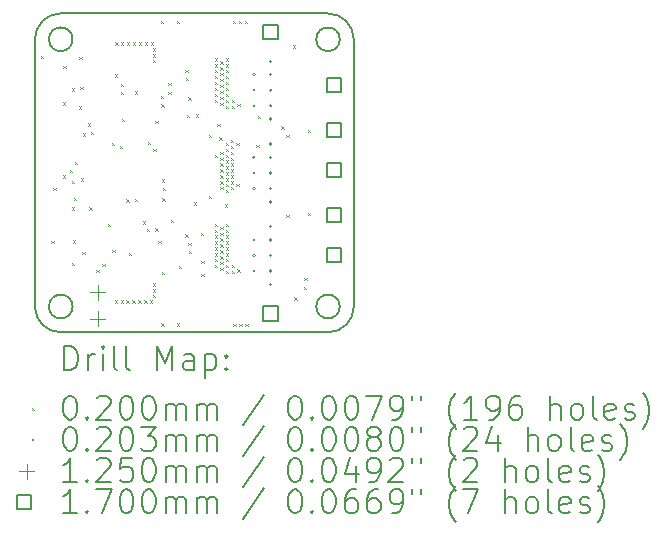
<source format=gbr>
%TF.GenerationSoftware,KiCad,Pcbnew,(6.0.7-1)-1*%
%TF.CreationDate,2023-01-06T02:08:11-05:00*%
%TF.ProjectId,O32controller,4f333263-6f6e-4747-926f-6c6c65722e6b,rev?*%
%TF.SameCoordinates,Original*%
%TF.FileFunction,Drillmap*%
%TF.FilePolarity,Positive*%
%FSLAX45Y45*%
G04 Gerber Fmt 4.5, Leading zero omitted, Abs format (unit mm)*
G04 Created by KiCad (PCBNEW (6.0.7-1)-1) date 2023-01-06 02:08:11*
%MOMM*%
%LPD*%
G01*
G04 APERTURE LIST*
%ADD10C,0.150000*%
%ADD11C,0.200000*%
%ADD12C,0.020000*%
%ADD13C,0.020320*%
%ADD14C,0.125000*%
%ADD15C,0.170000*%
G04 APERTURE END LIST*
D10*
X6231400Y-6131400D02*
G75*
G03*
X6231400Y-6131400I-100000J0D01*
G01*
X3868600Y-3650000D02*
X6131400Y-3650000D01*
X3650000Y-6131400D02*
G75*
G03*
X3868600Y-6350000I218600J0D01*
G01*
X3868600Y-3650000D02*
G75*
G03*
X3650000Y-3868600I0J-218600D01*
G01*
X3868600Y-6350000D02*
X6131400Y-6350000D01*
X6350000Y-3868600D02*
X6350000Y-6131400D01*
X6350000Y-3868600D02*
G75*
G03*
X6131400Y-3650000I-218600J0D01*
G01*
X3968600Y-6131400D02*
G75*
G03*
X3968600Y-6131400I-100000J0D01*
G01*
X3968600Y-3868600D02*
G75*
G03*
X3968600Y-3868600I-100000J0D01*
G01*
X6131400Y-6350000D02*
G75*
G03*
X6350000Y-6131400I0J218600D01*
G01*
X6231400Y-3868600D02*
G75*
G03*
X6231400Y-3868600I-100000J0D01*
G01*
X3650000Y-3868600D02*
X3650000Y-6131400D01*
D11*
D12*
X3700000Y-4010000D02*
X3720000Y-4030000D01*
X3720000Y-4010000D02*
X3700000Y-4030000D01*
X3790000Y-5575000D02*
X3810000Y-5595000D01*
X3810000Y-5575000D02*
X3790000Y-5595000D01*
X3805000Y-5125000D02*
X3825000Y-5145000D01*
X3825000Y-5125000D02*
X3805000Y-5145000D01*
X3884834Y-4402081D02*
X3904834Y-4422081D01*
X3904834Y-4402081D02*
X3884834Y-4422081D01*
X3885000Y-5020000D02*
X3905000Y-5040000D01*
X3905000Y-5020000D02*
X3885000Y-5040000D01*
X3890000Y-4095000D02*
X3910000Y-4115000D01*
X3910000Y-4095000D02*
X3890000Y-4115000D01*
X3945000Y-4975000D02*
X3965000Y-4995000D01*
X3965000Y-4975000D02*
X3945000Y-4995000D01*
X3960000Y-4285000D02*
X3980000Y-4305000D01*
X3980000Y-4285000D02*
X3960000Y-4305000D01*
X3960000Y-5065000D02*
X3980000Y-5085000D01*
X3980000Y-5065000D02*
X3960000Y-5085000D01*
X3965000Y-5290000D02*
X3985000Y-5310000D01*
X3985000Y-5290000D02*
X3965000Y-5310000D01*
X3965000Y-5760000D02*
X3985000Y-5780000D01*
X3985000Y-5760000D02*
X3965000Y-5780000D01*
X3970000Y-5570000D02*
X3990000Y-5590000D01*
X3990000Y-5570000D02*
X3970000Y-5590000D01*
X3980000Y-5210000D02*
X4000000Y-5230000D01*
X4000000Y-5210000D02*
X3980000Y-5230000D01*
X3990000Y-4905000D02*
X4010000Y-4925000D01*
X4010000Y-4905000D02*
X3990000Y-4925000D01*
X4020000Y-4435000D02*
X4040000Y-4455000D01*
X4040000Y-4435000D02*
X4020000Y-4455000D01*
X4025000Y-4015000D02*
X4045000Y-4035000D01*
X4045000Y-4015000D02*
X4025000Y-4035000D01*
X4035000Y-4270000D02*
X4055000Y-4290000D01*
X4055000Y-4270000D02*
X4035000Y-4290000D01*
X4040000Y-5045000D02*
X4060000Y-5065000D01*
X4060000Y-5045000D02*
X4040000Y-5065000D01*
X4050000Y-5670000D02*
X4070000Y-5690000D01*
X4070000Y-5670000D02*
X4050000Y-5690000D01*
X4055000Y-4665000D02*
X4075000Y-4685000D01*
X4075000Y-4665000D02*
X4055000Y-4685000D01*
X4100000Y-4580000D02*
X4120000Y-4600000D01*
X4120000Y-4580000D02*
X4100000Y-4600000D01*
X4110000Y-5290000D02*
X4130000Y-5310000D01*
X4130000Y-5290000D02*
X4110000Y-5310000D01*
X4125000Y-4650000D02*
X4145000Y-4670000D01*
X4145000Y-4650000D02*
X4125000Y-4670000D01*
X4170000Y-5820000D02*
X4190000Y-5840000D01*
X4190000Y-5820000D02*
X4170000Y-5840000D01*
X4220000Y-5770000D02*
X4240000Y-5790000D01*
X4240000Y-5770000D02*
X4220000Y-5790000D01*
X4265000Y-5430000D02*
X4285000Y-5450000D01*
X4285000Y-5430000D02*
X4265000Y-5450000D01*
X4300000Y-4745000D02*
X4320000Y-4765000D01*
X4320000Y-4745000D02*
X4300000Y-4765000D01*
X4305000Y-5650000D02*
X4325000Y-5670000D01*
X4325000Y-5650000D02*
X4305000Y-5670000D01*
X4325000Y-4165000D02*
X4345000Y-4185000D01*
X4345000Y-4165000D02*
X4325000Y-4185000D01*
X4325000Y-6080000D02*
X4345000Y-6100000D01*
X4345000Y-6080000D02*
X4325000Y-6100000D01*
X4330000Y-3895000D02*
X4350000Y-3915000D01*
X4350000Y-3895000D02*
X4330000Y-3915000D01*
X4370000Y-4770000D02*
X4390000Y-4790000D01*
X4390000Y-4770000D02*
X4370000Y-4790000D01*
X4375000Y-6080000D02*
X4395000Y-6100000D01*
X4395000Y-6080000D02*
X4375000Y-6100000D01*
X4380000Y-3895000D02*
X4400000Y-3915000D01*
X4400000Y-3895000D02*
X4380000Y-3915000D01*
X4380000Y-4245000D02*
X4400000Y-4265000D01*
X4400000Y-4245000D02*
X4380000Y-4265000D01*
X4380000Y-4315000D02*
X4400000Y-4335000D01*
X4400000Y-4315000D02*
X4380000Y-4335000D01*
X4385000Y-4540000D02*
X4405000Y-4560000D01*
X4405000Y-4540000D02*
X4385000Y-4560000D01*
X4425000Y-5225000D02*
X4445000Y-5245000D01*
X4445000Y-5225000D02*
X4425000Y-5245000D01*
X4425000Y-6080000D02*
X4445000Y-6100000D01*
X4445000Y-6080000D02*
X4425000Y-6100000D01*
X4430000Y-3895000D02*
X4450000Y-3915000D01*
X4450000Y-3895000D02*
X4430000Y-3915000D01*
X4445737Y-5679263D02*
X4465737Y-5699263D01*
X4465737Y-5679263D02*
X4445737Y-5699263D01*
X4475000Y-6080000D02*
X4495000Y-6100000D01*
X4495000Y-6080000D02*
X4475000Y-6100000D01*
X4480000Y-3895000D02*
X4500000Y-3915000D01*
X4500000Y-3895000D02*
X4480000Y-3915000D01*
X4495000Y-4310000D02*
X4515000Y-4330000D01*
X4515000Y-4310000D02*
X4495000Y-4330000D01*
X4495000Y-5220000D02*
X4515000Y-5240000D01*
X4515000Y-5220000D02*
X4495000Y-5240000D01*
X4525000Y-6080000D02*
X4545000Y-6100000D01*
X4545000Y-6080000D02*
X4525000Y-6100000D01*
X4530000Y-3895000D02*
X4550000Y-3915000D01*
X4550000Y-3895000D02*
X4530000Y-3915000D01*
X4565000Y-5410000D02*
X4585000Y-5430000D01*
X4585000Y-5410000D02*
X4565000Y-5430000D01*
X4575000Y-6080000D02*
X4595000Y-6100000D01*
X4595000Y-6080000D02*
X4575000Y-6100000D01*
X4580000Y-3895000D02*
X4600000Y-3915000D01*
X4600000Y-3895000D02*
X4580000Y-3915000D01*
X4600000Y-5475000D02*
X4620000Y-5495000D01*
X4620000Y-5475000D02*
X4600000Y-5495000D01*
X4605000Y-4735000D02*
X4625000Y-4755000D01*
X4625000Y-4735000D02*
X4605000Y-4755000D01*
X4625000Y-6080000D02*
X4645000Y-6100000D01*
X4645000Y-6080000D02*
X4625000Y-6100000D01*
X4630000Y-3895000D02*
X4650000Y-3915000D01*
X4650000Y-3895000D02*
X4630000Y-3915000D01*
X4650000Y-3945000D02*
X4670000Y-3965000D01*
X4670000Y-3945000D02*
X4650000Y-3965000D01*
X4650000Y-3995000D02*
X4670000Y-4015000D01*
X4670000Y-3995000D02*
X4650000Y-4015000D01*
X4650000Y-4045000D02*
X4670000Y-4065000D01*
X4670000Y-4045000D02*
X4650000Y-4065000D01*
X4650000Y-5935000D02*
X4670000Y-5955000D01*
X4670000Y-5935000D02*
X4650000Y-5955000D01*
X4650000Y-5985000D02*
X4670000Y-6005000D01*
X4670000Y-5985000D02*
X4650000Y-6005000D01*
X4650000Y-6035000D02*
X4670000Y-6055000D01*
X4670000Y-6035000D02*
X4650000Y-6055000D01*
X4652500Y-4795000D02*
X4672500Y-4815000D01*
X4672500Y-4795000D02*
X4652500Y-4815000D01*
X4670000Y-4557500D02*
X4690000Y-4577500D01*
X4690000Y-4557500D02*
X4670000Y-4577500D01*
X4670000Y-5470000D02*
X4690000Y-5490000D01*
X4690000Y-5470000D02*
X4670000Y-5490000D01*
X4695000Y-5575000D02*
X4715000Y-5595000D01*
X4715000Y-5575000D02*
X4695000Y-5595000D01*
X4715000Y-3715000D02*
X4735000Y-3735000D01*
X4735000Y-3715000D02*
X4715000Y-3735000D01*
X4715000Y-4350000D02*
X4735000Y-4370000D01*
X4735000Y-4350000D02*
X4715000Y-4370000D01*
X4720000Y-4420000D02*
X4740000Y-4440000D01*
X4740000Y-4420000D02*
X4720000Y-4440000D01*
X4720000Y-6275000D02*
X4740000Y-6295000D01*
X4740000Y-6275000D02*
X4720000Y-6295000D01*
X4725000Y-5055000D02*
X4745000Y-5075000D01*
X4745000Y-5055000D02*
X4725000Y-5075000D01*
X4725000Y-5840000D02*
X4745000Y-5860000D01*
X4745000Y-5840000D02*
X4725000Y-5860000D01*
X4730000Y-5215000D02*
X4750000Y-5235000D01*
X4750000Y-5215000D02*
X4730000Y-5235000D01*
X4735000Y-5125000D02*
X4755000Y-5145000D01*
X4755000Y-5125000D02*
X4735000Y-5145000D01*
X4780000Y-4235000D02*
X4800000Y-4255000D01*
X4800000Y-4235000D02*
X4780000Y-4255000D01*
X4780000Y-4315000D02*
X4800000Y-4335000D01*
X4800000Y-4315000D02*
X4780000Y-4335000D01*
X4800000Y-5395000D02*
X4820000Y-5415000D01*
X4820000Y-5395000D02*
X4800000Y-5415000D01*
X4850000Y-3715000D02*
X4870000Y-3735000D01*
X4870000Y-3715000D02*
X4850000Y-3735000D01*
X4850000Y-6275000D02*
X4870000Y-6295000D01*
X4870000Y-6275000D02*
X4850000Y-6295000D01*
X4870000Y-5785000D02*
X4890000Y-5805000D01*
X4890000Y-5785000D02*
X4870000Y-5805000D01*
X4925000Y-4125000D02*
X4945000Y-4145000D01*
X4945000Y-4125000D02*
X4925000Y-4145000D01*
X4925000Y-5520000D02*
X4945000Y-5540000D01*
X4945000Y-5520000D02*
X4925000Y-5540000D01*
X4930000Y-4195000D02*
X4950000Y-4215000D01*
X4950000Y-4195000D02*
X4930000Y-4215000D01*
X4935000Y-4510000D02*
X4955000Y-4530000D01*
X4955000Y-4510000D02*
X4935000Y-4530000D01*
X4950000Y-4360000D02*
X4970000Y-4380000D01*
X4970000Y-4360000D02*
X4950000Y-4380000D01*
X4950000Y-5590000D02*
X4970000Y-5610000D01*
X4970000Y-5590000D02*
X4950000Y-5610000D01*
X4955000Y-5660000D02*
X4975000Y-5680000D01*
X4975000Y-5660000D02*
X4955000Y-5680000D01*
X4995000Y-5250000D02*
X5015000Y-5270000D01*
X5015000Y-5250000D02*
X4995000Y-5270000D01*
X5010000Y-4505000D02*
X5030000Y-4525000D01*
X5030000Y-4505000D02*
X5010000Y-4525000D01*
X5055000Y-5505000D02*
X5075000Y-5525000D01*
X5075000Y-5505000D02*
X5055000Y-5525000D01*
X5060000Y-5745000D02*
X5080000Y-5765000D01*
X5080000Y-5745000D02*
X5060000Y-5765000D01*
X5060000Y-5855000D02*
X5080000Y-5875000D01*
X5080000Y-5855000D02*
X5060000Y-5875000D01*
X5125000Y-4675000D02*
X5145000Y-4695000D01*
X5145000Y-4675000D02*
X5125000Y-4695000D01*
X5125000Y-5195000D02*
X5145000Y-5215000D01*
X5145000Y-5195000D02*
X5125000Y-5215000D01*
X5175000Y-4030000D02*
X5195000Y-4050000D01*
X5195000Y-4030000D02*
X5175000Y-4050000D01*
X5175000Y-4080000D02*
X5195000Y-4100000D01*
X5195000Y-4080000D02*
X5175000Y-4100000D01*
X5175000Y-4130000D02*
X5195000Y-4150000D01*
X5195000Y-4130000D02*
X5175000Y-4150000D01*
X5175000Y-4180000D02*
X5195000Y-4200000D01*
X5195000Y-4180000D02*
X5175000Y-4200000D01*
X5175000Y-4230000D02*
X5195000Y-4250000D01*
X5195000Y-4230000D02*
X5175000Y-4250000D01*
X5175000Y-4280000D02*
X5195000Y-4300000D01*
X5195000Y-4280000D02*
X5175000Y-4300000D01*
X5175000Y-4330000D02*
X5195000Y-4350000D01*
X5195000Y-4330000D02*
X5175000Y-4350000D01*
X5175000Y-4380000D02*
X5195000Y-4400000D01*
X5195000Y-4380000D02*
X5175000Y-4400000D01*
X5175000Y-4845000D02*
X5195000Y-4865000D01*
X5195000Y-4845000D02*
X5175000Y-4865000D01*
X5175000Y-5430000D02*
X5195000Y-5450000D01*
X5195000Y-5430000D02*
X5175000Y-5450000D01*
X5175000Y-5480000D02*
X5195000Y-5500000D01*
X5195000Y-5480000D02*
X5175000Y-5500000D01*
X5175000Y-5530000D02*
X5195000Y-5550000D01*
X5195000Y-5530000D02*
X5175000Y-5550000D01*
X5175000Y-5580000D02*
X5195000Y-5600000D01*
X5195000Y-5580000D02*
X5175000Y-5600000D01*
X5175000Y-5630000D02*
X5195000Y-5650000D01*
X5195000Y-5630000D02*
X5175000Y-5650000D01*
X5175000Y-5680000D02*
X5195000Y-5700000D01*
X5195000Y-5680000D02*
X5175000Y-5700000D01*
X5175000Y-5730000D02*
X5195000Y-5750000D01*
X5195000Y-5730000D02*
X5175000Y-5750000D01*
X5175000Y-5780000D02*
X5195000Y-5800000D01*
X5195000Y-5780000D02*
X5175000Y-5800000D01*
X5195000Y-4585000D02*
X5215000Y-4605000D01*
X5215000Y-4585000D02*
X5195000Y-4605000D01*
X5210000Y-4700000D02*
X5230000Y-4720000D01*
X5230000Y-4700000D02*
X5210000Y-4720000D01*
X5220000Y-4055000D02*
X5240000Y-4075000D01*
X5240000Y-4055000D02*
X5220000Y-4075000D01*
X5220000Y-4105000D02*
X5240000Y-4125000D01*
X5240000Y-4105000D02*
X5220000Y-4125000D01*
X5220000Y-4155000D02*
X5240000Y-4175000D01*
X5240000Y-4155000D02*
X5220000Y-4175000D01*
X5220000Y-4205000D02*
X5240000Y-4225000D01*
X5240000Y-4205000D02*
X5220000Y-4225000D01*
X5220000Y-4255000D02*
X5240000Y-4275000D01*
X5240000Y-4255000D02*
X5220000Y-4275000D01*
X5220000Y-4305000D02*
X5240000Y-4325000D01*
X5240000Y-4305000D02*
X5220000Y-4325000D01*
X5220000Y-4355000D02*
X5240000Y-4375000D01*
X5240000Y-4355000D02*
X5220000Y-4375000D01*
X5220000Y-4405000D02*
X5240000Y-4425000D01*
X5240000Y-4405000D02*
X5220000Y-4425000D01*
X5220000Y-4820000D02*
X5240000Y-4840000D01*
X5240000Y-4820000D02*
X5220000Y-4840000D01*
X5220000Y-4870000D02*
X5240000Y-4890000D01*
X5240000Y-4870000D02*
X5220000Y-4890000D01*
X5220000Y-4920000D02*
X5240000Y-4940000D01*
X5240000Y-4920000D02*
X5220000Y-4940000D01*
X5220000Y-4970000D02*
X5240000Y-4990000D01*
X5240000Y-4970000D02*
X5220000Y-4990000D01*
X5220000Y-5020000D02*
X5240000Y-5040000D01*
X5240000Y-5020000D02*
X5220000Y-5040000D01*
X5220000Y-5070000D02*
X5240000Y-5090000D01*
X5240000Y-5070000D02*
X5220000Y-5090000D01*
X5220000Y-5120000D02*
X5240000Y-5140000D01*
X5240000Y-5120000D02*
X5220000Y-5140000D01*
X5220000Y-5455000D02*
X5240000Y-5475000D01*
X5240000Y-5455000D02*
X5220000Y-5475000D01*
X5220000Y-5505000D02*
X5240000Y-5525000D01*
X5240000Y-5505000D02*
X5220000Y-5525000D01*
X5220000Y-5555000D02*
X5240000Y-5575000D01*
X5240000Y-5555000D02*
X5220000Y-5575000D01*
X5220000Y-5605000D02*
X5240000Y-5625000D01*
X5240000Y-5605000D02*
X5220000Y-5625000D01*
X5220000Y-5655000D02*
X5240000Y-5675000D01*
X5240000Y-5655000D02*
X5220000Y-5675000D01*
X5220000Y-5705000D02*
X5240000Y-5725000D01*
X5240000Y-5705000D02*
X5220000Y-5725000D01*
X5220000Y-5755000D02*
X5240000Y-5775000D01*
X5240000Y-5755000D02*
X5220000Y-5775000D01*
X5220000Y-5805000D02*
X5240000Y-5825000D01*
X5240000Y-5805000D02*
X5220000Y-5825000D01*
X5260000Y-5265000D02*
X5280000Y-5285000D01*
X5280000Y-5265000D02*
X5260000Y-5285000D01*
X5265000Y-4030000D02*
X5285000Y-4050000D01*
X5285000Y-4030000D02*
X5265000Y-4050000D01*
X5265000Y-4080000D02*
X5285000Y-4100000D01*
X5285000Y-4080000D02*
X5265000Y-4100000D01*
X5265000Y-4130000D02*
X5285000Y-4150000D01*
X5285000Y-4130000D02*
X5265000Y-4150000D01*
X5265000Y-4180000D02*
X5285000Y-4200000D01*
X5285000Y-4180000D02*
X5265000Y-4200000D01*
X5265000Y-4230000D02*
X5285000Y-4250000D01*
X5285000Y-4230000D02*
X5265000Y-4250000D01*
X5265000Y-4280000D02*
X5285000Y-4300000D01*
X5285000Y-4280000D02*
X5265000Y-4300000D01*
X5265000Y-4330000D02*
X5285000Y-4350000D01*
X5285000Y-4330000D02*
X5265000Y-4350000D01*
X5265000Y-4380000D02*
X5285000Y-4400000D01*
X5285000Y-4380000D02*
X5265000Y-4400000D01*
X5265000Y-4430000D02*
X5285000Y-4450000D01*
X5285000Y-4430000D02*
X5265000Y-4450000D01*
X5265000Y-4745000D02*
X5285000Y-4765000D01*
X5285000Y-4745000D02*
X5265000Y-4765000D01*
X5265000Y-4795000D02*
X5285000Y-4815000D01*
X5285000Y-4795000D02*
X5265000Y-4815000D01*
X5265000Y-4845000D02*
X5285000Y-4865000D01*
X5285000Y-4845000D02*
X5265000Y-4865000D01*
X5265000Y-4895000D02*
X5285000Y-4915000D01*
X5285000Y-4895000D02*
X5265000Y-4915000D01*
X5265000Y-4945000D02*
X5285000Y-4965000D01*
X5285000Y-4945000D02*
X5265000Y-4965000D01*
X5265000Y-4995000D02*
X5285000Y-5015000D01*
X5285000Y-4995000D02*
X5265000Y-5015000D01*
X5265000Y-5045000D02*
X5285000Y-5065000D01*
X5285000Y-5045000D02*
X5265000Y-5065000D01*
X5265000Y-5095000D02*
X5285000Y-5115000D01*
X5285000Y-5095000D02*
X5265000Y-5115000D01*
X5265000Y-5145000D02*
X5285000Y-5165000D01*
X5285000Y-5145000D02*
X5265000Y-5165000D01*
X5265000Y-5430000D02*
X5285000Y-5450000D01*
X5285000Y-5430000D02*
X5265000Y-5450000D01*
X5265000Y-5480000D02*
X5285000Y-5500000D01*
X5285000Y-5480000D02*
X5265000Y-5500000D01*
X5265000Y-5530000D02*
X5285000Y-5550000D01*
X5285000Y-5530000D02*
X5265000Y-5550000D01*
X5265000Y-5580000D02*
X5285000Y-5600000D01*
X5285000Y-5580000D02*
X5265000Y-5600000D01*
X5265000Y-5630000D02*
X5285000Y-5650000D01*
X5285000Y-5630000D02*
X5265000Y-5650000D01*
X5265000Y-5680000D02*
X5285000Y-5700000D01*
X5285000Y-5680000D02*
X5265000Y-5700000D01*
X5265000Y-5730000D02*
X5285000Y-5750000D01*
X5285000Y-5730000D02*
X5265000Y-5750000D01*
X5265000Y-5780000D02*
X5285000Y-5800000D01*
X5285000Y-5780000D02*
X5265000Y-5800000D01*
X5265000Y-5830000D02*
X5285000Y-5850000D01*
X5285000Y-5830000D02*
X5265000Y-5850000D01*
X5310000Y-4720000D02*
X5330000Y-4740000D01*
X5330000Y-4720000D02*
X5310000Y-4740000D01*
X5310000Y-4770000D02*
X5330000Y-4790000D01*
X5330000Y-4770000D02*
X5310000Y-4790000D01*
X5310000Y-4820000D02*
X5330000Y-4840000D01*
X5330000Y-4820000D02*
X5310000Y-4840000D01*
X5310000Y-4870000D02*
X5330000Y-4890000D01*
X5330000Y-4870000D02*
X5310000Y-4890000D01*
X5310000Y-4920000D02*
X5330000Y-4940000D01*
X5330000Y-4920000D02*
X5310000Y-4940000D01*
X5310000Y-4970000D02*
X5330000Y-4990000D01*
X5330000Y-4970000D02*
X5310000Y-4990000D01*
X5310000Y-5020000D02*
X5330000Y-5040000D01*
X5330000Y-5020000D02*
X5310000Y-5040000D01*
X5310000Y-5070000D02*
X5330000Y-5090000D01*
X5330000Y-5070000D02*
X5310000Y-5090000D01*
X5310000Y-5120000D02*
X5330000Y-5140000D01*
X5330000Y-5120000D02*
X5310000Y-5140000D01*
X5315000Y-4380000D02*
X5335000Y-4400000D01*
X5335000Y-4380000D02*
X5315000Y-4400000D01*
X5315000Y-4430000D02*
X5335000Y-4450000D01*
X5335000Y-4430000D02*
X5315000Y-4450000D01*
X5315000Y-5780000D02*
X5335000Y-5800000D01*
X5335000Y-5780000D02*
X5315000Y-5800000D01*
X5315000Y-5830000D02*
X5335000Y-5850000D01*
X5335000Y-5830000D02*
X5315000Y-5850000D01*
X5325000Y-3710000D02*
X5345000Y-3730000D01*
X5345000Y-3710000D02*
X5325000Y-3730000D01*
X5330000Y-6280000D02*
X5350000Y-6300000D01*
X5350000Y-6280000D02*
X5330000Y-6300000D01*
X5355000Y-4745000D02*
X5375000Y-4765000D01*
X5375000Y-4745000D02*
X5355000Y-4765000D01*
X5355000Y-5095000D02*
X5375000Y-5115000D01*
X5375000Y-5095000D02*
X5355000Y-5115000D01*
X5365000Y-4415000D02*
X5385000Y-4435000D01*
X5385000Y-4415000D02*
X5365000Y-4435000D01*
X5365000Y-5815000D02*
X5385000Y-5835000D01*
X5385000Y-5815000D02*
X5365000Y-5835000D01*
X5375000Y-3710000D02*
X5395000Y-3730000D01*
X5395000Y-3710000D02*
X5375000Y-3730000D01*
X5380000Y-6280000D02*
X5400000Y-6300000D01*
X5400000Y-6280000D02*
X5380000Y-6300000D01*
X5425000Y-3710000D02*
X5445000Y-3730000D01*
X5445000Y-3710000D02*
X5425000Y-3730000D01*
X5430000Y-6280000D02*
X5450000Y-6300000D01*
X5450000Y-6280000D02*
X5430000Y-6300000D01*
X5525000Y-4765000D02*
X5545000Y-4785000D01*
X5545000Y-4765000D02*
X5525000Y-4785000D01*
X5535000Y-4515000D02*
X5555000Y-4535000D01*
X5555000Y-4515000D02*
X5535000Y-4535000D01*
X5735000Y-4605000D02*
X5755000Y-4625000D01*
X5755000Y-4605000D02*
X5735000Y-4625000D01*
X5780000Y-4675000D02*
X5800000Y-4695000D01*
X5800000Y-4675000D02*
X5780000Y-4695000D01*
X5780000Y-5355000D02*
X5800000Y-5375000D01*
X5800000Y-5355000D02*
X5780000Y-5375000D01*
X5835000Y-3920000D02*
X5855000Y-3940000D01*
X5855000Y-3920000D02*
X5835000Y-3940000D01*
X5845000Y-6055000D02*
X5865000Y-6075000D01*
X5865000Y-6055000D02*
X5845000Y-6075000D01*
X5925000Y-5965000D02*
X5945000Y-5985000D01*
X5945000Y-5965000D02*
X5925000Y-5985000D01*
X5930000Y-5890000D02*
X5950000Y-5910000D01*
X5950000Y-5890000D02*
X5930000Y-5910000D01*
X5960000Y-4635000D02*
X5980000Y-4655000D01*
X5980000Y-4635000D02*
X5960000Y-4655000D01*
X5960000Y-5340000D02*
X5980000Y-5360000D01*
X5980000Y-5340000D02*
X5960000Y-5360000D01*
D13*
X5515160Y-4168000D02*
G75*
G03*
X5515160Y-4168000I-10160J0D01*
G01*
X5515160Y-4300000D02*
G75*
G03*
X5515160Y-4300000I-10160J0D01*
G01*
X5515160Y-4432000D02*
G75*
G03*
X5515160Y-4432000I-10160J0D01*
G01*
X5515160Y-4868000D02*
G75*
G03*
X5515160Y-4868000I-10160J0D01*
G01*
X5515160Y-5000000D02*
G75*
G03*
X5515160Y-5000000I-10160J0D01*
G01*
X5515160Y-5132000D02*
G75*
G03*
X5515160Y-5132000I-10160J0D01*
G01*
X5515160Y-5568000D02*
G75*
G03*
X5515160Y-5568000I-10160J0D01*
G01*
X5515160Y-5700000D02*
G75*
G03*
X5515160Y-5700000I-10160J0D01*
G01*
X5515160Y-5832000D02*
G75*
G03*
X5515160Y-5832000I-10160J0D01*
G01*
X5655160Y-4055000D02*
G75*
G03*
X5655160Y-4055000I-10160J0D01*
G01*
X5655160Y-4168000D02*
G75*
G03*
X5655160Y-4168000I-10160J0D01*
G01*
X5655160Y-4300000D02*
G75*
G03*
X5655160Y-4300000I-10160J0D01*
G01*
X5655160Y-4432000D02*
G75*
G03*
X5655160Y-4432000I-10160J0D01*
G01*
X5655160Y-4545000D02*
G75*
G03*
X5655160Y-4545000I-10160J0D01*
G01*
X5655160Y-4755000D02*
G75*
G03*
X5655160Y-4755000I-10160J0D01*
G01*
X5655160Y-4868000D02*
G75*
G03*
X5655160Y-4868000I-10160J0D01*
G01*
X5655160Y-5000000D02*
G75*
G03*
X5655160Y-5000000I-10160J0D01*
G01*
X5655160Y-5132000D02*
G75*
G03*
X5655160Y-5132000I-10160J0D01*
G01*
X5655160Y-5245000D02*
G75*
G03*
X5655160Y-5245000I-10160J0D01*
G01*
X5655160Y-5455000D02*
G75*
G03*
X5655160Y-5455000I-10160J0D01*
G01*
X5655160Y-5568000D02*
G75*
G03*
X5655160Y-5568000I-10160J0D01*
G01*
X5655160Y-5700000D02*
G75*
G03*
X5655160Y-5700000I-10160J0D01*
G01*
X5655160Y-5832000D02*
G75*
G03*
X5655160Y-5832000I-10160J0D01*
G01*
X5655160Y-5945000D02*
G75*
G03*
X5655160Y-5945000I-10160J0D01*
G01*
D14*
X4180000Y-5947500D02*
X4180000Y-6072500D01*
X4117500Y-6010000D02*
X4242500Y-6010000D01*
X4180000Y-6172500D02*
X4180000Y-6297500D01*
X4117500Y-6235000D02*
X4242500Y-6235000D01*
D15*
X5705105Y-3870105D02*
X5705105Y-3749895D01*
X5584895Y-3749895D01*
X5584895Y-3870105D01*
X5705105Y-3870105D01*
X5705105Y-6250105D02*
X5705105Y-6129895D01*
X5584895Y-6129895D01*
X5584895Y-6250105D01*
X5705105Y-6250105D01*
X6245105Y-4315105D02*
X6245105Y-4194895D01*
X6124895Y-4194895D01*
X6124895Y-4315105D01*
X6245105Y-4315105D01*
X6245105Y-4695105D02*
X6245105Y-4574895D01*
X6124895Y-4574895D01*
X6124895Y-4695105D01*
X6245105Y-4695105D01*
X6245105Y-5035105D02*
X6245105Y-4914895D01*
X6124895Y-4914895D01*
X6124895Y-5035105D01*
X6245105Y-5035105D01*
X6245105Y-5415105D02*
X6245105Y-5294895D01*
X6124895Y-5294895D01*
X6124895Y-5415105D01*
X6245105Y-5415105D01*
X6245105Y-5755105D02*
X6245105Y-5634895D01*
X6124895Y-5634895D01*
X6124895Y-5755105D01*
X6245105Y-5755105D01*
D11*
X3900119Y-6667976D02*
X3900119Y-6467976D01*
X3947738Y-6467976D01*
X3976309Y-6477500D01*
X3995357Y-6496548D01*
X4004881Y-6515595D01*
X4014405Y-6553690D01*
X4014405Y-6582262D01*
X4004881Y-6620357D01*
X3995357Y-6639405D01*
X3976309Y-6658452D01*
X3947738Y-6667976D01*
X3900119Y-6667976D01*
X4100119Y-6667976D02*
X4100119Y-6534643D01*
X4100119Y-6572738D02*
X4109643Y-6553690D01*
X4119167Y-6544167D01*
X4138214Y-6534643D01*
X4157262Y-6534643D01*
X4223929Y-6667976D02*
X4223929Y-6534643D01*
X4223929Y-6467976D02*
X4214405Y-6477500D01*
X4223929Y-6487024D01*
X4233452Y-6477500D01*
X4223929Y-6467976D01*
X4223929Y-6487024D01*
X4347738Y-6667976D02*
X4328690Y-6658452D01*
X4319167Y-6639405D01*
X4319167Y-6467976D01*
X4452500Y-6667976D02*
X4433452Y-6658452D01*
X4423929Y-6639405D01*
X4423929Y-6467976D01*
X4681071Y-6667976D02*
X4681071Y-6467976D01*
X4747738Y-6610833D01*
X4814405Y-6467976D01*
X4814405Y-6667976D01*
X4995357Y-6667976D02*
X4995357Y-6563214D01*
X4985833Y-6544167D01*
X4966786Y-6534643D01*
X4928690Y-6534643D01*
X4909643Y-6544167D01*
X4995357Y-6658452D02*
X4976310Y-6667976D01*
X4928690Y-6667976D01*
X4909643Y-6658452D01*
X4900119Y-6639405D01*
X4900119Y-6620357D01*
X4909643Y-6601309D01*
X4928690Y-6591786D01*
X4976310Y-6591786D01*
X4995357Y-6582262D01*
X5090595Y-6534643D02*
X5090595Y-6734643D01*
X5090595Y-6544167D02*
X5109643Y-6534643D01*
X5147738Y-6534643D01*
X5166786Y-6544167D01*
X5176310Y-6553690D01*
X5185833Y-6572738D01*
X5185833Y-6629881D01*
X5176310Y-6648928D01*
X5166786Y-6658452D01*
X5147738Y-6667976D01*
X5109643Y-6667976D01*
X5090595Y-6658452D01*
X5271548Y-6648928D02*
X5281071Y-6658452D01*
X5271548Y-6667976D01*
X5262024Y-6658452D01*
X5271548Y-6648928D01*
X5271548Y-6667976D01*
X5271548Y-6544167D02*
X5281071Y-6553690D01*
X5271548Y-6563214D01*
X5262024Y-6553690D01*
X5271548Y-6544167D01*
X5271548Y-6563214D01*
D12*
X3622500Y-6987500D02*
X3642500Y-7007500D01*
X3642500Y-6987500D02*
X3622500Y-7007500D01*
D11*
X3938214Y-6887976D02*
X3957262Y-6887976D01*
X3976309Y-6897500D01*
X3985833Y-6907024D01*
X3995357Y-6926071D01*
X4004881Y-6964167D01*
X4004881Y-7011786D01*
X3995357Y-7049881D01*
X3985833Y-7068928D01*
X3976309Y-7078452D01*
X3957262Y-7087976D01*
X3938214Y-7087976D01*
X3919167Y-7078452D01*
X3909643Y-7068928D01*
X3900119Y-7049881D01*
X3890595Y-7011786D01*
X3890595Y-6964167D01*
X3900119Y-6926071D01*
X3909643Y-6907024D01*
X3919167Y-6897500D01*
X3938214Y-6887976D01*
X4090595Y-7068928D02*
X4100119Y-7078452D01*
X4090595Y-7087976D01*
X4081071Y-7078452D01*
X4090595Y-7068928D01*
X4090595Y-7087976D01*
X4176309Y-6907024D02*
X4185833Y-6897500D01*
X4204881Y-6887976D01*
X4252500Y-6887976D01*
X4271548Y-6897500D01*
X4281071Y-6907024D01*
X4290595Y-6926071D01*
X4290595Y-6945119D01*
X4281071Y-6973690D01*
X4166786Y-7087976D01*
X4290595Y-7087976D01*
X4414405Y-6887976D02*
X4433452Y-6887976D01*
X4452500Y-6897500D01*
X4462024Y-6907024D01*
X4471548Y-6926071D01*
X4481071Y-6964167D01*
X4481071Y-7011786D01*
X4471548Y-7049881D01*
X4462024Y-7068928D01*
X4452500Y-7078452D01*
X4433452Y-7087976D01*
X4414405Y-7087976D01*
X4395357Y-7078452D01*
X4385833Y-7068928D01*
X4376310Y-7049881D01*
X4366786Y-7011786D01*
X4366786Y-6964167D01*
X4376310Y-6926071D01*
X4385833Y-6907024D01*
X4395357Y-6897500D01*
X4414405Y-6887976D01*
X4604881Y-6887976D02*
X4623929Y-6887976D01*
X4642976Y-6897500D01*
X4652500Y-6907024D01*
X4662024Y-6926071D01*
X4671548Y-6964167D01*
X4671548Y-7011786D01*
X4662024Y-7049881D01*
X4652500Y-7068928D01*
X4642976Y-7078452D01*
X4623929Y-7087976D01*
X4604881Y-7087976D01*
X4585833Y-7078452D01*
X4576310Y-7068928D01*
X4566786Y-7049881D01*
X4557262Y-7011786D01*
X4557262Y-6964167D01*
X4566786Y-6926071D01*
X4576310Y-6907024D01*
X4585833Y-6897500D01*
X4604881Y-6887976D01*
X4757262Y-7087976D02*
X4757262Y-6954643D01*
X4757262Y-6973690D02*
X4766786Y-6964167D01*
X4785833Y-6954643D01*
X4814405Y-6954643D01*
X4833452Y-6964167D01*
X4842976Y-6983214D01*
X4842976Y-7087976D01*
X4842976Y-6983214D02*
X4852500Y-6964167D01*
X4871548Y-6954643D01*
X4900119Y-6954643D01*
X4919167Y-6964167D01*
X4928690Y-6983214D01*
X4928690Y-7087976D01*
X5023929Y-7087976D02*
X5023929Y-6954643D01*
X5023929Y-6973690D02*
X5033452Y-6964167D01*
X5052500Y-6954643D01*
X5081071Y-6954643D01*
X5100119Y-6964167D01*
X5109643Y-6983214D01*
X5109643Y-7087976D01*
X5109643Y-6983214D02*
X5119167Y-6964167D01*
X5138214Y-6954643D01*
X5166786Y-6954643D01*
X5185833Y-6964167D01*
X5195357Y-6983214D01*
X5195357Y-7087976D01*
X5585833Y-6878452D02*
X5414405Y-7135595D01*
X5842976Y-6887976D02*
X5862024Y-6887976D01*
X5881071Y-6897500D01*
X5890595Y-6907024D01*
X5900119Y-6926071D01*
X5909643Y-6964167D01*
X5909643Y-7011786D01*
X5900119Y-7049881D01*
X5890595Y-7068928D01*
X5881071Y-7078452D01*
X5862024Y-7087976D01*
X5842976Y-7087976D01*
X5823928Y-7078452D01*
X5814405Y-7068928D01*
X5804881Y-7049881D01*
X5795357Y-7011786D01*
X5795357Y-6964167D01*
X5804881Y-6926071D01*
X5814405Y-6907024D01*
X5823928Y-6897500D01*
X5842976Y-6887976D01*
X5995357Y-7068928D02*
X6004881Y-7078452D01*
X5995357Y-7087976D01*
X5985833Y-7078452D01*
X5995357Y-7068928D01*
X5995357Y-7087976D01*
X6128690Y-6887976D02*
X6147738Y-6887976D01*
X6166786Y-6897500D01*
X6176309Y-6907024D01*
X6185833Y-6926071D01*
X6195357Y-6964167D01*
X6195357Y-7011786D01*
X6185833Y-7049881D01*
X6176309Y-7068928D01*
X6166786Y-7078452D01*
X6147738Y-7087976D01*
X6128690Y-7087976D01*
X6109643Y-7078452D01*
X6100119Y-7068928D01*
X6090595Y-7049881D01*
X6081071Y-7011786D01*
X6081071Y-6964167D01*
X6090595Y-6926071D01*
X6100119Y-6907024D01*
X6109643Y-6897500D01*
X6128690Y-6887976D01*
X6319167Y-6887976D02*
X6338214Y-6887976D01*
X6357262Y-6897500D01*
X6366786Y-6907024D01*
X6376309Y-6926071D01*
X6385833Y-6964167D01*
X6385833Y-7011786D01*
X6376309Y-7049881D01*
X6366786Y-7068928D01*
X6357262Y-7078452D01*
X6338214Y-7087976D01*
X6319167Y-7087976D01*
X6300119Y-7078452D01*
X6290595Y-7068928D01*
X6281071Y-7049881D01*
X6271548Y-7011786D01*
X6271548Y-6964167D01*
X6281071Y-6926071D01*
X6290595Y-6907024D01*
X6300119Y-6897500D01*
X6319167Y-6887976D01*
X6452500Y-6887976D02*
X6585833Y-6887976D01*
X6500119Y-7087976D01*
X6671548Y-7087976D02*
X6709643Y-7087976D01*
X6728690Y-7078452D01*
X6738214Y-7068928D01*
X6757262Y-7040357D01*
X6766786Y-7002262D01*
X6766786Y-6926071D01*
X6757262Y-6907024D01*
X6747738Y-6897500D01*
X6728690Y-6887976D01*
X6690595Y-6887976D01*
X6671548Y-6897500D01*
X6662024Y-6907024D01*
X6652500Y-6926071D01*
X6652500Y-6973690D01*
X6662024Y-6992738D01*
X6671548Y-7002262D01*
X6690595Y-7011786D01*
X6728690Y-7011786D01*
X6747738Y-7002262D01*
X6757262Y-6992738D01*
X6766786Y-6973690D01*
X6842976Y-6887976D02*
X6842976Y-6926071D01*
X6919167Y-6887976D02*
X6919167Y-6926071D01*
X7214405Y-7164167D02*
X7204881Y-7154643D01*
X7185833Y-7126071D01*
X7176309Y-7107024D01*
X7166786Y-7078452D01*
X7157262Y-7030833D01*
X7157262Y-6992738D01*
X7166786Y-6945119D01*
X7176309Y-6916548D01*
X7185833Y-6897500D01*
X7204881Y-6868928D01*
X7214405Y-6859405D01*
X7395357Y-7087976D02*
X7281071Y-7087976D01*
X7338214Y-7087976D02*
X7338214Y-6887976D01*
X7319167Y-6916548D01*
X7300119Y-6935595D01*
X7281071Y-6945119D01*
X7490595Y-7087976D02*
X7528690Y-7087976D01*
X7547738Y-7078452D01*
X7557262Y-7068928D01*
X7576309Y-7040357D01*
X7585833Y-7002262D01*
X7585833Y-6926071D01*
X7576309Y-6907024D01*
X7566786Y-6897500D01*
X7547738Y-6887976D01*
X7509643Y-6887976D01*
X7490595Y-6897500D01*
X7481071Y-6907024D01*
X7471548Y-6926071D01*
X7471548Y-6973690D01*
X7481071Y-6992738D01*
X7490595Y-7002262D01*
X7509643Y-7011786D01*
X7547738Y-7011786D01*
X7566786Y-7002262D01*
X7576309Y-6992738D01*
X7585833Y-6973690D01*
X7757262Y-6887976D02*
X7719167Y-6887976D01*
X7700119Y-6897500D01*
X7690595Y-6907024D01*
X7671548Y-6935595D01*
X7662024Y-6973690D01*
X7662024Y-7049881D01*
X7671548Y-7068928D01*
X7681071Y-7078452D01*
X7700119Y-7087976D01*
X7738214Y-7087976D01*
X7757262Y-7078452D01*
X7766786Y-7068928D01*
X7776309Y-7049881D01*
X7776309Y-7002262D01*
X7766786Y-6983214D01*
X7757262Y-6973690D01*
X7738214Y-6964167D01*
X7700119Y-6964167D01*
X7681071Y-6973690D01*
X7671548Y-6983214D01*
X7662024Y-7002262D01*
X8014405Y-7087976D02*
X8014405Y-6887976D01*
X8100119Y-7087976D02*
X8100119Y-6983214D01*
X8090595Y-6964167D01*
X8071548Y-6954643D01*
X8042976Y-6954643D01*
X8023928Y-6964167D01*
X8014405Y-6973690D01*
X8223928Y-7087976D02*
X8204881Y-7078452D01*
X8195357Y-7068928D01*
X8185833Y-7049881D01*
X8185833Y-6992738D01*
X8195357Y-6973690D01*
X8204881Y-6964167D01*
X8223928Y-6954643D01*
X8252500Y-6954643D01*
X8271548Y-6964167D01*
X8281071Y-6973690D01*
X8290595Y-6992738D01*
X8290595Y-7049881D01*
X8281071Y-7068928D01*
X8271548Y-7078452D01*
X8252500Y-7087976D01*
X8223928Y-7087976D01*
X8404881Y-7087976D02*
X8385833Y-7078452D01*
X8376309Y-7059405D01*
X8376309Y-6887976D01*
X8557262Y-7078452D02*
X8538214Y-7087976D01*
X8500119Y-7087976D01*
X8481071Y-7078452D01*
X8471548Y-7059405D01*
X8471548Y-6983214D01*
X8481071Y-6964167D01*
X8500119Y-6954643D01*
X8538214Y-6954643D01*
X8557262Y-6964167D01*
X8566786Y-6983214D01*
X8566786Y-7002262D01*
X8471548Y-7021309D01*
X8642976Y-7078452D02*
X8662024Y-7087976D01*
X8700119Y-7087976D01*
X8719167Y-7078452D01*
X8728690Y-7059405D01*
X8728690Y-7049881D01*
X8719167Y-7030833D01*
X8700119Y-7021309D01*
X8671548Y-7021309D01*
X8652500Y-7011786D01*
X8642976Y-6992738D01*
X8642976Y-6983214D01*
X8652500Y-6964167D01*
X8671548Y-6954643D01*
X8700119Y-6954643D01*
X8719167Y-6964167D01*
X8795357Y-7164167D02*
X8804881Y-7154643D01*
X8823929Y-7126071D01*
X8833452Y-7107024D01*
X8842976Y-7078452D01*
X8852500Y-7030833D01*
X8852500Y-6992738D01*
X8842976Y-6945119D01*
X8833452Y-6916548D01*
X8823929Y-6897500D01*
X8804881Y-6868928D01*
X8795357Y-6859405D01*
D13*
X3642500Y-7261500D02*
G75*
G03*
X3642500Y-7261500I-10160J0D01*
G01*
D11*
X3938214Y-7151976D02*
X3957262Y-7151976D01*
X3976309Y-7161500D01*
X3985833Y-7171024D01*
X3995357Y-7190071D01*
X4004881Y-7228167D01*
X4004881Y-7275786D01*
X3995357Y-7313881D01*
X3985833Y-7332928D01*
X3976309Y-7342452D01*
X3957262Y-7351976D01*
X3938214Y-7351976D01*
X3919167Y-7342452D01*
X3909643Y-7332928D01*
X3900119Y-7313881D01*
X3890595Y-7275786D01*
X3890595Y-7228167D01*
X3900119Y-7190071D01*
X3909643Y-7171024D01*
X3919167Y-7161500D01*
X3938214Y-7151976D01*
X4090595Y-7332928D02*
X4100119Y-7342452D01*
X4090595Y-7351976D01*
X4081071Y-7342452D01*
X4090595Y-7332928D01*
X4090595Y-7351976D01*
X4176309Y-7171024D02*
X4185833Y-7161500D01*
X4204881Y-7151976D01*
X4252500Y-7151976D01*
X4271548Y-7161500D01*
X4281071Y-7171024D01*
X4290595Y-7190071D01*
X4290595Y-7209119D01*
X4281071Y-7237690D01*
X4166786Y-7351976D01*
X4290595Y-7351976D01*
X4414405Y-7151976D02*
X4433452Y-7151976D01*
X4452500Y-7161500D01*
X4462024Y-7171024D01*
X4471548Y-7190071D01*
X4481071Y-7228167D01*
X4481071Y-7275786D01*
X4471548Y-7313881D01*
X4462024Y-7332928D01*
X4452500Y-7342452D01*
X4433452Y-7351976D01*
X4414405Y-7351976D01*
X4395357Y-7342452D01*
X4385833Y-7332928D01*
X4376310Y-7313881D01*
X4366786Y-7275786D01*
X4366786Y-7228167D01*
X4376310Y-7190071D01*
X4385833Y-7171024D01*
X4395357Y-7161500D01*
X4414405Y-7151976D01*
X4547738Y-7151976D02*
X4671548Y-7151976D01*
X4604881Y-7228167D01*
X4633452Y-7228167D01*
X4652500Y-7237690D01*
X4662024Y-7247214D01*
X4671548Y-7266262D01*
X4671548Y-7313881D01*
X4662024Y-7332928D01*
X4652500Y-7342452D01*
X4633452Y-7351976D01*
X4576310Y-7351976D01*
X4557262Y-7342452D01*
X4547738Y-7332928D01*
X4757262Y-7351976D02*
X4757262Y-7218643D01*
X4757262Y-7237690D02*
X4766786Y-7228167D01*
X4785833Y-7218643D01*
X4814405Y-7218643D01*
X4833452Y-7228167D01*
X4842976Y-7247214D01*
X4842976Y-7351976D01*
X4842976Y-7247214D02*
X4852500Y-7228167D01*
X4871548Y-7218643D01*
X4900119Y-7218643D01*
X4919167Y-7228167D01*
X4928690Y-7247214D01*
X4928690Y-7351976D01*
X5023929Y-7351976D02*
X5023929Y-7218643D01*
X5023929Y-7237690D02*
X5033452Y-7228167D01*
X5052500Y-7218643D01*
X5081071Y-7218643D01*
X5100119Y-7228167D01*
X5109643Y-7247214D01*
X5109643Y-7351976D01*
X5109643Y-7247214D02*
X5119167Y-7228167D01*
X5138214Y-7218643D01*
X5166786Y-7218643D01*
X5185833Y-7228167D01*
X5195357Y-7247214D01*
X5195357Y-7351976D01*
X5585833Y-7142452D02*
X5414405Y-7399595D01*
X5842976Y-7151976D02*
X5862024Y-7151976D01*
X5881071Y-7161500D01*
X5890595Y-7171024D01*
X5900119Y-7190071D01*
X5909643Y-7228167D01*
X5909643Y-7275786D01*
X5900119Y-7313881D01*
X5890595Y-7332928D01*
X5881071Y-7342452D01*
X5862024Y-7351976D01*
X5842976Y-7351976D01*
X5823928Y-7342452D01*
X5814405Y-7332928D01*
X5804881Y-7313881D01*
X5795357Y-7275786D01*
X5795357Y-7228167D01*
X5804881Y-7190071D01*
X5814405Y-7171024D01*
X5823928Y-7161500D01*
X5842976Y-7151976D01*
X5995357Y-7332928D02*
X6004881Y-7342452D01*
X5995357Y-7351976D01*
X5985833Y-7342452D01*
X5995357Y-7332928D01*
X5995357Y-7351976D01*
X6128690Y-7151976D02*
X6147738Y-7151976D01*
X6166786Y-7161500D01*
X6176309Y-7171024D01*
X6185833Y-7190071D01*
X6195357Y-7228167D01*
X6195357Y-7275786D01*
X6185833Y-7313881D01*
X6176309Y-7332928D01*
X6166786Y-7342452D01*
X6147738Y-7351976D01*
X6128690Y-7351976D01*
X6109643Y-7342452D01*
X6100119Y-7332928D01*
X6090595Y-7313881D01*
X6081071Y-7275786D01*
X6081071Y-7228167D01*
X6090595Y-7190071D01*
X6100119Y-7171024D01*
X6109643Y-7161500D01*
X6128690Y-7151976D01*
X6319167Y-7151976D02*
X6338214Y-7151976D01*
X6357262Y-7161500D01*
X6366786Y-7171024D01*
X6376309Y-7190071D01*
X6385833Y-7228167D01*
X6385833Y-7275786D01*
X6376309Y-7313881D01*
X6366786Y-7332928D01*
X6357262Y-7342452D01*
X6338214Y-7351976D01*
X6319167Y-7351976D01*
X6300119Y-7342452D01*
X6290595Y-7332928D01*
X6281071Y-7313881D01*
X6271548Y-7275786D01*
X6271548Y-7228167D01*
X6281071Y-7190071D01*
X6290595Y-7171024D01*
X6300119Y-7161500D01*
X6319167Y-7151976D01*
X6500119Y-7237690D02*
X6481071Y-7228167D01*
X6471548Y-7218643D01*
X6462024Y-7199595D01*
X6462024Y-7190071D01*
X6471548Y-7171024D01*
X6481071Y-7161500D01*
X6500119Y-7151976D01*
X6538214Y-7151976D01*
X6557262Y-7161500D01*
X6566786Y-7171024D01*
X6576309Y-7190071D01*
X6576309Y-7199595D01*
X6566786Y-7218643D01*
X6557262Y-7228167D01*
X6538214Y-7237690D01*
X6500119Y-7237690D01*
X6481071Y-7247214D01*
X6471548Y-7256738D01*
X6462024Y-7275786D01*
X6462024Y-7313881D01*
X6471548Y-7332928D01*
X6481071Y-7342452D01*
X6500119Y-7351976D01*
X6538214Y-7351976D01*
X6557262Y-7342452D01*
X6566786Y-7332928D01*
X6576309Y-7313881D01*
X6576309Y-7275786D01*
X6566786Y-7256738D01*
X6557262Y-7247214D01*
X6538214Y-7237690D01*
X6700119Y-7151976D02*
X6719167Y-7151976D01*
X6738214Y-7161500D01*
X6747738Y-7171024D01*
X6757262Y-7190071D01*
X6766786Y-7228167D01*
X6766786Y-7275786D01*
X6757262Y-7313881D01*
X6747738Y-7332928D01*
X6738214Y-7342452D01*
X6719167Y-7351976D01*
X6700119Y-7351976D01*
X6681071Y-7342452D01*
X6671548Y-7332928D01*
X6662024Y-7313881D01*
X6652500Y-7275786D01*
X6652500Y-7228167D01*
X6662024Y-7190071D01*
X6671548Y-7171024D01*
X6681071Y-7161500D01*
X6700119Y-7151976D01*
X6842976Y-7151976D02*
X6842976Y-7190071D01*
X6919167Y-7151976D02*
X6919167Y-7190071D01*
X7214405Y-7428167D02*
X7204881Y-7418643D01*
X7185833Y-7390071D01*
X7176309Y-7371024D01*
X7166786Y-7342452D01*
X7157262Y-7294833D01*
X7157262Y-7256738D01*
X7166786Y-7209119D01*
X7176309Y-7180548D01*
X7185833Y-7161500D01*
X7204881Y-7132928D01*
X7214405Y-7123405D01*
X7281071Y-7171024D02*
X7290595Y-7161500D01*
X7309643Y-7151976D01*
X7357262Y-7151976D01*
X7376309Y-7161500D01*
X7385833Y-7171024D01*
X7395357Y-7190071D01*
X7395357Y-7209119D01*
X7385833Y-7237690D01*
X7271548Y-7351976D01*
X7395357Y-7351976D01*
X7566786Y-7218643D02*
X7566786Y-7351976D01*
X7519167Y-7142452D02*
X7471548Y-7285309D01*
X7595357Y-7285309D01*
X7823928Y-7351976D02*
X7823928Y-7151976D01*
X7909643Y-7351976D02*
X7909643Y-7247214D01*
X7900119Y-7228167D01*
X7881071Y-7218643D01*
X7852500Y-7218643D01*
X7833452Y-7228167D01*
X7823928Y-7237690D01*
X8033452Y-7351976D02*
X8014405Y-7342452D01*
X8004881Y-7332928D01*
X7995357Y-7313881D01*
X7995357Y-7256738D01*
X8004881Y-7237690D01*
X8014405Y-7228167D01*
X8033452Y-7218643D01*
X8062024Y-7218643D01*
X8081071Y-7228167D01*
X8090595Y-7237690D01*
X8100119Y-7256738D01*
X8100119Y-7313881D01*
X8090595Y-7332928D01*
X8081071Y-7342452D01*
X8062024Y-7351976D01*
X8033452Y-7351976D01*
X8214405Y-7351976D02*
X8195357Y-7342452D01*
X8185833Y-7323405D01*
X8185833Y-7151976D01*
X8366786Y-7342452D02*
X8347738Y-7351976D01*
X8309643Y-7351976D01*
X8290595Y-7342452D01*
X8281071Y-7323405D01*
X8281071Y-7247214D01*
X8290595Y-7228167D01*
X8309643Y-7218643D01*
X8347738Y-7218643D01*
X8366786Y-7228167D01*
X8376309Y-7247214D01*
X8376309Y-7266262D01*
X8281071Y-7285309D01*
X8452500Y-7342452D02*
X8471548Y-7351976D01*
X8509643Y-7351976D01*
X8528690Y-7342452D01*
X8538214Y-7323405D01*
X8538214Y-7313881D01*
X8528690Y-7294833D01*
X8509643Y-7285309D01*
X8481071Y-7285309D01*
X8462024Y-7275786D01*
X8452500Y-7256738D01*
X8452500Y-7247214D01*
X8462024Y-7228167D01*
X8481071Y-7218643D01*
X8509643Y-7218643D01*
X8528690Y-7228167D01*
X8604881Y-7428167D02*
X8614405Y-7418643D01*
X8633452Y-7390071D01*
X8642976Y-7371024D01*
X8652500Y-7342452D01*
X8662024Y-7294833D01*
X8662024Y-7256738D01*
X8652500Y-7209119D01*
X8642976Y-7180548D01*
X8633452Y-7161500D01*
X8614405Y-7132928D01*
X8604881Y-7123405D01*
D14*
X3580000Y-7463000D02*
X3580000Y-7588000D01*
X3517500Y-7525500D02*
X3642500Y-7525500D01*
D11*
X4004881Y-7615976D02*
X3890595Y-7615976D01*
X3947738Y-7615976D02*
X3947738Y-7415976D01*
X3928690Y-7444548D01*
X3909643Y-7463595D01*
X3890595Y-7473119D01*
X4090595Y-7596928D02*
X4100119Y-7606452D01*
X4090595Y-7615976D01*
X4081071Y-7606452D01*
X4090595Y-7596928D01*
X4090595Y-7615976D01*
X4176309Y-7435024D02*
X4185833Y-7425500D01*
X4204881Y-7415976D01*
X4252500Y-7415976D01*
X4271548Y-7425500D01*
X4281071Y-7435024D01*
X4290595Y-7454071D01*
X4290595Y-7473119D01*
X4281071Y-7501690D01*
X4166786Y-7615976D01*
X4290595Y-7615976D01*
X4471548Y-7415976D02*
X4376310Y-7415976D01*
X4366786Y-7511214D01*
X4376310Y-7501690D01*
X4395357Y-7492167D01*
X4442976Y-7492167D01*
X4462024Y-7501690D01*
X4471548Y-7511214D01*
X4481071Y-7530262D01*
X4481071Y-7577881D01*
X4471548Y-7596928D01*
X4462024Y-7606452D01*
X4442976Y-7615976D01*
X4395357Y-7615976D01*
X4376310Y-7606452D01*
X4366786Y-7596928D01*
X4604881Y-7415976D02*
X4623929Y-7415976D01*
X4642976Y-7425500D01*
X4652500Y-7435024D01*
X4662024Y-7454071D01*
X4671548Y-7492167D01*
X4671548Y-7539786D01*
X4662024Y-7577881D01*
X4652500Y-7596928D01*
X4642976Y-7606452D01*
X4623929Y-7615976D01*
X4604881Y-7615976D01*
X4585833Y-7606452D01*
X4576310Y-7596928D01*
X4566786Y-7577881D01*
X4557262Y-7539786D01*
X4557262Y-7492167D01*
X4566786Y-7454071D01*
X4576310Y-7435024D01*
X4585833Y-7425500D01*
X4604881Y-7415976D01*
X4757262Y-7615976D02*
X4757262Y-7482643D01*
X4757262Y-7501690D02*
X4766786Y-7492167D01*
X4785833Y-7482643D01*
X4814405Y-7482643D01*
X4833452Y-7492167D01*
X4842976Y-7511214D01*
X4842976Y-7615976D01*
X4842976Y-7511214D02*
X4852500Y-7492167D01*
X4871548Y-7482643D01*
X4900119Y-7482643D01*
X4919167Y-7492167D01*
X4928690Y-7511214D01*
X4928690Y-7615976D01*
X5023929Y-7615976D02*
X5023929Y-7482643D01*
X5023929Y-7501690D02*
X5033452Y-7492167D01*
X5052500Y-7482643D01*
X5081071Y-7482643D01*
X5100119Y-7492167D01*
X5109643Y-7511214D01*
X5109643Y-7615976D01*
X5109643Y-7511214D02*
X5119167Y-7492167D01*
X5138214Y-7482643D01*
X5166786Y-7482643D01*
X5185833Y-7492167D01*
X5195357Y-7511214D01*
X5195357Y-7615976D01*
X5585833Y-7406452D02*
X5414405Y-7663595D01*
X5842976Y-7415976D02*
X5862024Y-7415976D01*
X5881071Y-7425500D01*
X5890595Y-7435024D01*
X5900119Y-7454071D01*
X5909643Y-7492167D01*
X5909643Y-7539786D01*
X5900119Y-7577881D01*
X5890595Y-7596928D01*
X5881071Y-7606452D01*
X5862024Y-7615976D01*
X5842976Y-7615976D01*
X5823928Y-7606452D01*
X5814405Y-7596928D01*
X5804881Y-7577881D01*
X5795357Y-7539786D01*
X5795357Y-7492167D01*
X5804881Y-7454071D01*
X5814405Y-7435024D01*
X5823928Y-7425500D01*
X5842976Y-7415976D01*
X5995357Y-7596928D02*
X6004881Y-7606452D01*
X5995357Y-7615976D01*
X5985833Y-7606452D01*
X5995357Y-7596928D01*
X5995357Y-7615976D01*
X6128690Y-7415976D02*
X6147738Y-7415976D01*
X6166786Y-7425500D01*
X6176309Y-7435024D01*
X6185833Y-7454071D01*
X6195357Y-7492167D01*
X6195357Y-7539786D01*
X6185833Y-7577881D01*
X6176309Y-7596928D01*
X6166786Y-7606452D01*
X6147738Y-7615976D01*
X6128690Y-7615976D01*
X6109643Y-7606452D01*
X6100119Y-7596928D01*
X6090595Y-7577881D01*
X6081071Y-7539786D01*
X6081071Y-7492167D01*
X6090595Y-7454071D01*
X6100119Y-7435024D01*
X6109643Y-7425500D01*
X6128690Y-7415976D01*
X6366786Y-7482643D02*
X6366786Y-7615976D01*
X6319167Y-7406452D02*
X6271548Y-7549309D01*
X6395357Y-7549309D01*
X6481071Y-7615976D02*
X6519167Y-7615976D01*
X6538214Y-7606452D01*
X6547738Y-7596928D01*
X6566786Y-7568357D01*
X6576309Y-7530262D01*
X6576309Y-7454071D01*
X6566786Y-7435024D01*
X6557262Y-7425500D01*
X6538214Y-7415976D01*
X6500119Y-7415976D01*
X6481071Y-7425500D01*
X6471548Y-7435024D01*
X6462024Y-7454071D01*
X6462024Y-7501690D01*
X6471548Y-7520738D01*
X6481071Y-7530262D01*
X6500119Y-7539786D01*
X6538214Y-7539786D01*
X6557262Y-7530262D01*
X6566786Y-7520738D01*
X6576309Y-7501690D01*
X6652500Y-7435024D02*
X6662024Y-7425500D01*
X6681071Y-7415976D01*
X6728690Y-7415976D01*
X6747738Y-7425500D01*
X6757262Y-7435024D01*
X6766786Y-7454071D01*
X6766786Y-7473119D01*
X6757262Y-7501690D01*
X6642976Y-7615976D01*
X6766786Y-7615976D01*
X6842976Y-7415976D02*
X6842976Y-7454071D01*
X6919167Y-7415976D02*
X6919167Y-7454071D01*
X7214405Y-7692167D02*
X7204881Y-7682643D01*
X7185833Y-7654071D01*
X7176309Y-7635024D01*
X7166786Y-7606452D01*
X7157262Y-7558833D01*
X7157262Y-7520738D01*
X7166786Y-7473119D01*
X7176309Y-7444548D01*
X7185833Y-7425500D01*
X7204881Y-7396928D01*
X7214405Y-7387405D01*
X7281071Y-7435024D02*
X7290595Y-7425500D01*
X7309643Y-7415976D01*
X7357262Y-7415976D01*
X7376309Y-7425500D01*
X7385833Y-7435024D01*
X7395357Y-7454071D01*
X7395357Y-7473119D01*
X7385833Y-7501690D01*
X7271548Y-7615976D01*
X7395357Y-7615976D01*
X7633452Y-7615976D02*
X7633452Y-7415976D01*
X7719167Y-7615976D02*
X7719167Y-7511214D01*
X7709643Y-7492167D01*
X7690595Y-7482643D01*
X7662024Y-7482643D01*
X7642976Y-7492167D01*
X7633452Y-7501690D01*
X7842976Y-7615976D02*
X7823928Y-7606452D01*
X7814405Y-7596928D01*
X7804881Y-7577881D01*
X7804881Y-7520738D01*
X7814405Y-7501690D01*
X7823928Y-7492167D01*
X7842976Y-7482643D01*
X7871548Y-7482643D01*
X7890595Y-7492167D01*
X7900119Y-7501690D01*
X7909643Y-7520738D01*
X7909643Y-7577881D01*
X7900119Y-7596928D01*
X7890595Y-7606452D01*
X7871548Y-7615976D01*
X7842976Y-7615976D01*
X8023928Y-7615976D02*
X8004881Y-7606452D01*
X7995357Y-7587405D01*
X7995357Y-7415976D01*
X8176309Y-7606452D02*
X8157262Y-7615976D01*
X8119167Y-7615976D01*
X8100119Y-7606452D01*
X8090595Y-7587405D01*
X8090595Y-7511214D01*
X8100119Y-7492167D01*
X8119167Y-7482643D01*
X8157262Y-7482643D01*
X8176309Y-7492167D01*
X8185833Y-7511214D01*
X8185833Y-7530262D01*
X8090595Y-7549309D01*
X8262024Y-7606452D02*
X8281071Y-7615976D01*
X8319167Y-7615976D01*
X8338214Y-7606452D01*
X8347738Y-7587405D01*
X8347738Y-7577881D01*
X8338214Y-7558833D01*
X8319167Y-7549309D01*
X8290595Y-7549309D01*
X8271548Y-7539786D01*
X8262024Y-7520738D01*
X8262024Y-7511214D01*
X8271548Y-7492167D01*
X8290595Y-7482643D01*
X8319167Y-7482643D01*
X8338214Y-7492167D01*
X8414405Y-7692167D02*
X8423929Y-7682643D01*
X8442976Y-7654071D01*
X8452500Y-7635024D01*
X8462024Y-7606452D01*
X8471548Y-7558833D01*
X8471548Y-7520738D01*
X8462024Y-7473119D01*
X8452500Y-7444548D01*
X8442976Y-7425500D01*
X8423929Y-7396928D01*
X8414405Y-7387405D01*
D15*
X3617605Y-7849605D02*
X3617605Y-7729395D01*
X3497395Y-7729395D01*
X3497395Y-7849605D01*
X3617605Y-7849605D01*
D11*
X4004881Y-7879976D02*
X3890595Y-7879976D01*
X3947738Y-7879976D02*
X3947738Y-7679976D01*
X3928690Y-7708548D01*
X3909643Y-7727595D01*
X3890595Y-7737119D01*
X4090595Y-7860928D02*
X4100119Y-7870452D01*
X4090595Y-7879976D01*
X4081071Y-7870452D01*
X4090595Y-7860928D01*
X4090595Y-7879976D01*
X4166786Y-7679976D02*
X4300119Y-7679976D01*
X4214405Y-7879976D01*
X4414405Y-7679976D02*
X4433452Y-7679976D01*
X4452500Y-7689500D01*
X4462024Y-7699024D01*
X4471548Y-7718071D01*
X4481071Y-7756167D01*
X4481071Y-7803786D01*
X4471548Y-7841881D01*
X4462024Y-7860928D01*
X4452500Y-7870452D01*
X4433452Y-7879976D01*
X4414405Y-7879976D01*
X4395357Y-7870452D01*
X4385833Y-7860928D01*
X4376310Y-7841881D01*
X4366786Y-7803786D01*
X4366786Y-7756167D01*
X4376310Y-7718071D01*
X4385833Y-7699024D01*
X4395357Y-7689500D01*
X4414405Y-7679976D01*
X4604881Y-7679976D02*
X4623929Y-7679976D01*
X4642976Y-7689500D01*
X4652500Y-7699024D01*
X4662024Y-7718071D01*
X4671548Y-7756167D01*
X4671548Y-7803786D01*
X4662024Y-7841881D01*
X4652500Y-7860928D01*
X4642976Y-7870452D01*
X4623929Y-7879976D01*
X4604881Y-7879976D01*
X4585833Y-7870452D01*
X4576310Y-7860928D01*
X4566786Y-7841881D01*
X4557262Y-7803786D01*
X4557262Y-7756167D01*
X4566786Y-7718071D01*
X4576310Y-7699024D01*
X4585833Y-7689500D01*
X4604881Y-7679976D01*
X4757262Y-7879976D02*
X4757262Y-7746643D01*
X4757262Y-7765690D02*
X4766786Y-7756167D01*
X4785833Y-7746643D01*
X4814405Y-7746643D01*
X4833452Y-7756167D01*
X4842976Y-7775214D01*
X4842976Y-7879976D01*
X4842976Y-7775214D02*
X4852500Y-7756167D01*
X4871548Y-7746643D01*
X4900119Y-7746643D01*
X4919167Y-7756167D01*
X4928690Y-7775214D01*
X4928690Y-7879976D01*
X5023929Y-7879976D02*
X5023929Y-7746643D01*
X5023929Y-7765690D02*
X5033452Y-7756167D01*
X5052500Y-7746643D01*
X5081071Y-7746643D01*
X5100119Y-7756167D01*
X5109643Y-7775214D01*
X5109643Y-7879976D01*
X5109643Y-7775214D02*
X5119167Y-7756167D01*
X5138214Y-7746643D01*
X5166786Y-7746643D01*
X5185833Y-7756167D01*
X5195357Y-7775214D01*
X5195357Y-7879976D01*
X5585833Y-7670452D02*
X5414405Y-7927595D01*
X5842976Y-7679976D02*
X5862024Y-7679976D01*
X5881071Y-7689500D01*
X5890595Y-7699024D01*
X5900119Y-7718071D01*
X5909643Y-7756167D01*
X5909643Y-7803786D01*
X5900119Y-7841881D01*
X5890595Y-7860928D01*
X5881071Y-7870452D01*
X5862024Y-7879976D01*
X5842976Y-7879976D01*
X5823928Y-7870452D01*
X5814405Y-7860928D01*
X5804881Y-7841881D01*
X5795357Y-7803786D01*
X5795357Y-7756167D01*
X5804881Y-7718071D01*
X5814405Y-7699024D01*
X5823928Y-7689500D01*
X5842976Y-7679976D01*
X5995357Y-7860928D02*
X6004881Y-7870452D01*
X5995357Y-7879976D01*
X5985833Y-7870452D01*
X5995357Y-7860928D01*
X5995357Y-7879976D01*
X6128690Y-7679976D02*
X6147738Y-7679976D01*
X6166786Y-7689500D01*
X6176309Y-7699024D01*
X6185833Y-7718071D01*
X6195357Y-7756167D01*
X6195357Y-7803786D01*
X6185833Y-7841881D01*
X6176309Y-7860928D01*
X6166786Y-7870452D01*
X6147738Y-7879976D01*
X6128690Y-7879976D01*
X6109643Y-7870452D01*
X6100119Y-7860928D01*
X6090595Y-7841881D01*
X6081071Y-7803786D01*
X6081071Y-7756167D01*
X6090595Y-7718071D01*
X6100119Y-7699024D01*
X6109643Y-7689500D01*
X6128690Y-7679976D01*
X6366786Y-7679976D02*
X6328690Y-7679976D01*
X6309643Y-7689500D01*
X6300119Y-7699024D01*
X6281071Y-7727595D01*
X6271548Y-7765690D01*
X6271548Y-7841881D01*
X6281071Y-7860928D01*
X6290595Y-7870452D01*
X6309643Y-7879976D01*
X6347738Y-7879976D01*
X6366786Y-7870452D01*
X6376309Y-7860928D01*
X6385833Y-7841881D01*
X6385833Y-7794262D01*
X6376309Y-7775214D01*
X6366786Y-7765690D01*
X6347738Y-7756167D01*
X6309643Y-7756167D01*
X6290595Y-7765690D01*
X6281071Y-7775214D01*
X6271548Y-7794262D01*
X6557262Y-7679976D02*
X6519167Y-7679976D01*
X6500119Y-7689500D01*
X6490595Y-7699024D01*
X6471548Y-7727595D01*
X6462024Y-7765690D01*
X6462024Y-7841881D01*
X6471548Y-7860928D01*
X6481071Y-7870452D01*
X6500119Y-7879976D01*
X6538214Y-7879976D01*
X6557262Y-7870452D01*
X6566786Y-7860928D01*
X6576309Y-7841881D01*
X6576309Y-7794262D01*
X6566786Y-7775214D01*
X6557262Y-7765690D01*
X6538214Y-7756167D01*
X6500119Y-7756167D01*
X6481071Y-7765690D01*
X6471548Y-7775214D01*
X6462024Y-7794262D01*
X6671548Y-7879976D02*
X6709643Y-7879976D01*
X6728690Y-7870452D01*
X6738214Y-7860928D01*
X6757262Y-7832357D01*
X6766786Y-7794262D01*
X6766786Y-7718071D01*
X6757262Y-7699024D01*
X6747738Y-7689500D01*
X6728690Y-7679976D01*
X6690595Y-7679976D01*
X6671548Y-7689500D01*
X6662024Y-7699024D01*
X6652500Y-7718071D01*
X6652500Y-7765690D01*
X6662024Y-7784738D01*
X6671548Y-7794262D01*
X6690595Y-7803786D01*
X6728690Y-7803786D01*
X6747738Y-7794262D01*
X6757262Y-7784738D01*
X6766786Y-7765690D01*
X6842976Y-7679976D02*
X6842976Y-7718071D01*
X6919167Y-7679976D02*
X6919167Y-7718071D01*
X7214405Y-7956167D02*
X7204881Y-7946643D01*
X7185833Y-7918071D01*
X7176309Y-7899024D01*
X7166786Y-7870452D01*
X7157262Y-7822833D01*
X7157262Y-7784738D01*
X7166786Y-7737119D01*
X7176309Y-7708548D01*
X7185833Y-7689500D01*
X7204881Y-7660928D01*
X7214405Y-7651405D01*
X7271548Y-7679976D02*
X7404881Y-7679976D01*
X7319167Y-7879976D01*
X7633452Y-7879976D02*
X7633452Y-7679976D01*
X7719167Y-7879976D02*
X7719167Y-7775214D01*
X7709643Y-7756167D01*
X7690595Y-7746643D01*
X7662024Y-7746643D01*
X7642976Y-7756167D01*
X7633452Y-7765690D01*
X7842976Y-7879976D02*
X7823928Y-7870452D01*
X7814405Y-7860928D01*
X7804881Y-7841881D01*
X7804881Y-7784738D01*
X7814405Y-7765690D01*
X7823928Y-7756167D01*
X7842976Y-7746643D01*
X7871548Y-7746643D01*
X7890595Y-7756167D01*
X7900119Y-7765690D01*
X7909643Y-7784738D01*
X7909643Y-7841881D01*
X7900119Y-7860928D01*
X7890595Y-7870452D01*
X7871548Y-7879976D01*
X7842976Y-7879976D01*
X8023928Y-7879976D02*
X8004881Y-7870452D01*
X7995357Y-7851405D01*
X7995357Y-7679976D01*
X8176309Y-7870452D02*
X8157262Y-7879976D01*
X8119167Y-7879976D01*
X8100119Y-7870452D01*
X8090595Y-7851405D01*
X8090595Y-7775214D01*
X8100119Y-7756167D01*
X8119167Y-7746643D01*
X8157262Y-7746643D01*
X8176309Y-7756167D01*
X8185833Y-7775214D01*
X8185833Y-7794262D01*
X8090595Y-7813309D01*
X8262024Y-7870452D02*
X8281071Y-7879976D01*
X8319167Y-7879976D01*
X8338214Y-7870452D01*
X8347738Y-7851405D01*
X8347738Y-7841881D01*
X8338214Y-7822833D01*
X8319167Y-7813309D01*
X8290595Y-7813309D01*
X8271548Y-7803786D01*
X8262024Y-7784738D01*
X8262024Y-7775214D01*
X8271548Y-7756167D01*
X8290595Y-7746643D01*
X8319167Y-7746643D01*
X8338214Y-7756167D01*
X8414405Y-7956167D02*
X8423929Y-7946643D01*
X8442976Y-7918071D01*
X8452500Y-7899024D01*
X8462024Y-7870452D01*
X8471548Y-7822833D01*
X8471548Y-7784738D01*
X8462024Y-7737119D01*
X8452500Y-7708548D01*
X8442976Y-7689500D01*
X8423929Y-7660928D01*
X8414405Y-7651405D01*
M02*

</source>
